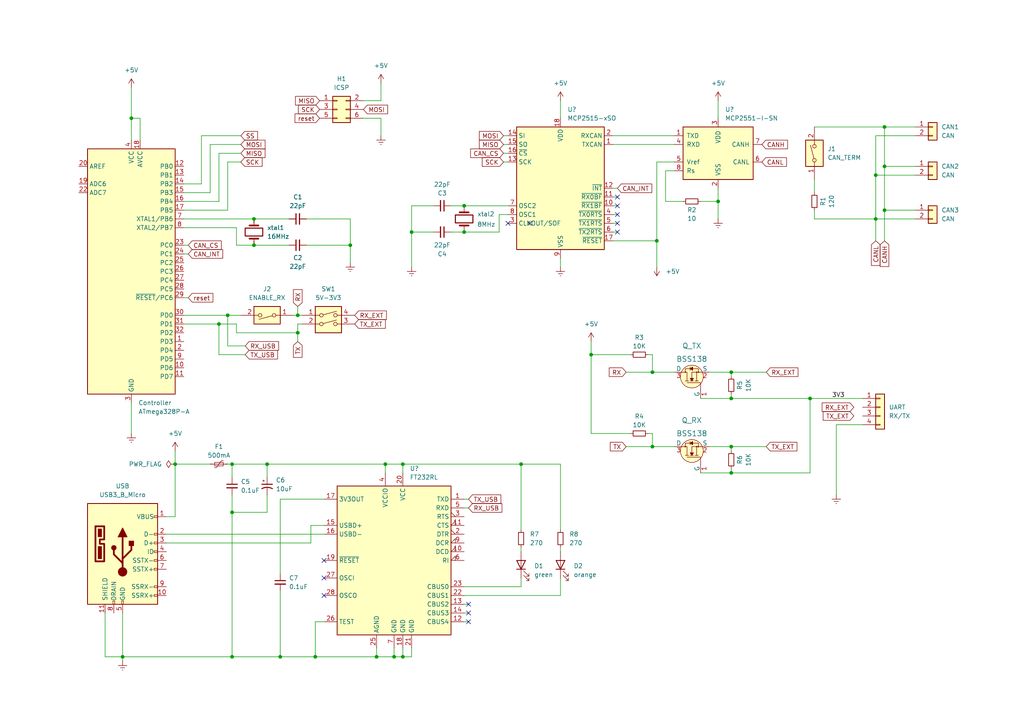
<source format=kicad_sch>
(kicad_sch (version 20211123) (generator eeschema)
  (paper "A4")
  (lib_symbols
    (symbol "Connector:USB3_B_Micro" (pin_names (offset 1.016))
      (property "Reference" "J" (at -10.16 15.24 0))
      (property "Value" "USB3_B_Micro" (at 10.16 15.24 0))
      (symbol "USB3_B_Micro_0_0"
        (rectangle (start -2.794 -15.24) (end -2.286 -14.224))
        (rectangle (start -0.254 -15.24) (end 0.254 -14.224))
        (rectangle (start 10.16 -12.446) (end 9.144 -12.954))
        (rectangle (start 10.16 -9.906) (end 9.144 -10.414))
        (rectangle (start 10.16 -4.826) (end 9.144 -5.334))
        (rectangle (start 10.16 -2.286) (end 9.144 -2.794))
        (rectangle (start 10.16 0.254) (end 9.144 -0.254))
        (rectangle (start 10.16 2.794) (end 9.144 2.286))
        (rectangle (start 10.16 5.334) (end 9.144 4.826))
        (rectangle (start 10.16 10.414) (end 9.144 9.906))
      )
      (symbol "USB3_B_Micro_0_1"
        (rectangle (start -10.16 13.97) (end 10.16 -15.24) (stroke (width 0.254)) (fill (type background)))
        (rectangle (start -7.112 1.524) (end -6.096 -2.032) (fill (type outline)))
        (rectangle (start -7.112 6.604) (end -6.096 4.318) (fill (type outline)))
        (polyline (pts (xy -7.874 7.366) (xy -7.874 -2.794) (xy -5.334 -2.794) (xy -5.334 2.286) (xy -6.604 2.286) (xy -6.604 3.556) (xy -5.334 3.556) (xy -5.334 7.366) (xy -7.874 7.366)) (stroke (width 0.508)))
      )
      (symbol "USB3_B_Micro_1_1"
        (circle (center -2.54 1.143) (radius 0.635) (stroke (width 0.254)) (fill (type outline)))
        (circle (center 0 -5.842) (radius 1.27) (fill (type outline)))
        (polyline (pts (xy 0 -5.842) (xy 0 4.318)) (stroke (width 0.508)))
        (polyline (pts (xy 0 -3.302) (xy -2.54 -0.762) (xy -2.54 0.508)) (stroke (width 0.508)))
        (polyline (pts (xy 0 -2.032) (xy 2.54 0.508) (xy 2.54 1.778)) (stroke (width 0.508)))
        (polyline (pts (xy -1.27 4.318) (xy 0 6.858) (xy 1.27 4.318) (xy -1.27 4.318)) (stroke (width 0.254)) (fill (type outline)))
        (rectangle (start 1.905 1.778) (end 3.175 3.048) (stroke (width 0.254)) (fill (type outline)))
        (pin power_out line (at 12.7 10.16 180) (length 2.54) (name "VBUS") (number "1"))
        (pin input line (at 12.7 -12.7 180) (length 2.54) (name "SSRX+") (number "10"))
        (pin passive line (at -5.08 -17.78 90) (length 2.54) (name "SHIELD") (number "11"))
        (pin bidirectional line (at 12.7 5.08 180) (length 2.54) (name "D-") (number "2"))
        (pin bidirectional line (at 12.7 2.54 180) (length 2.54) (name "D+") (number "3"))
        (pin passive line (at 12.7 0 180) (length 2.54) (name "ID") (number "4"))
        (pin power_out line (at 0 -17.78 90) (length 2.54) (name "GND") (number "5"))
        (pin output line (at 12.7 -2.54 180) (length 2.54) (name "SSTX-") (number "6"))
        (pin output line (at 12.7 -5.08 180) (length 2.54) (name "SSTX+") (number "7"))
        (pin passive line (at -2.54 -17.78 90) (length 2.54) (name "DRAIN") (number "8"))
        (pin input line (at 12.7 -10.16 180) (length 2.54) (name "SSRX-") (number "9"))
      )
    )
    (symbol "Connector_Generic:Conn_01x02" (pin_names (offset 1.016) hide)
      (property "Reference" "J" (at 0 2.54 0))
      (property "Value" "Conn_01x02" (at 0 -5.08 0))
      (symbol "Conn_01x02_1_1"
        (rectangle (start -1.27 -2.413) (end 0 -2.667) (stroke (width 0.1524)))
        (rectangle (start -1.27 0.127) (end 0 -0.127) (stroke (width 0.1524)))
        (rectangle (start -1.27 1.27) (end 1.27 -3.81) (stroke (width 0.254)) (fill (type background)))
        (pin passive line (at -5.08 0 0) (length 3.81) (name "Pin_1") (number "1"))
        (pin passive line (at -5.08 -2.54 0) (length 3.81) (name "Pin_2") (number "2"))
      )
    )
    (symbol "Connector_Generic:Conn_01x04" (pin_names (offset 1.016) hide)
      (property "Reference" "J" (at 0 5.08 0))
      (property "Value" "Conn_01x04" (at 0 -7.62 0))
      (symbol "Conn_01x04_1_1"
        (rectangle (start -1.27 -4.953) (end 0 -5.207) (stroke (width 0.1524)))
        (rectangle (start -1.27 -2.413) (end 0 -2.667) (stroke (width 0.1524)))
        (rectangle (start -1.27 0.127) (end 0 -0.127) (stroke (width 0.1524)))
        (rectangle (start -1.27 2.667) (end 0 2.413) (stroke (width 0.1524)))
        (rectangle (start -1.27 3.81) (end 1.27 -6.35) (stroke (width 0.254)) (fill (type background)))
        (pin passive line (at -5.08 2.54 0) (length 3.81) (name "Pin_1") (number "1"))
        (pin passive line (at -5.08 0 0) (length 3.81) (name "Pin_2") (number "2"))
        (pin passive line (at -5.08 -2.54 0) (length 3.81) (name "Pin_3") (number "3"))
        (pin passive line (at -5.08 -5.08 0) (length 3.81) (name "Pin_4") (number "4"))
      )
    )
    (symbol "Connector_Generic:Conn_02x03_Odd_Even" (pin_names (offset 1.016) hide)
      (property "Reference" "J" (at 1.27 5.08 0))
      (property "Value" "Conn_02x03_Odd_Even" (at 1.27 -5.08 0))
      (symbol "Conn_02x03_Odd_Even_1_1"
        (rectangle (start -1.27 -2.413) (end 0 -2.667) (stroke (width 0.1524)))
        (rectangle (start -1.27 0.127) (end 0 -0.127) (stroke (width 0.1524)))
        (rectangle (start -1.27 2.667) (end 0 2.413) (stroke (width 0.1524)))
        (rectangle (start -1.27 3.81) (end 3.81 -3.81) (stroke (width 0.254)) (fill (type background)))
        (rectangle (start 3.81 -2.413) (end 2.54 -2.667) (stroke (width 0.1524)))
        (rectangle (start 3.81 0.127) (end 2.54 -0.127) (stroke (width 0.1524)))
        (rectangle (start 3.81 2.667) (end 2.54 2.413) (stroke (width 0.1524)))
        (pin passive line (at -5.08 2.54 0) (length 3.81) (name "Pin_1") (number "1"))
        (pin passive line (at 7.62 2.54 180) (length 3.81) (name "Pin_2") (number "2"))
        (pin passive line (at -5.08 0 0) (length 3.81) (name "Pin_3") (number "3"))
        (pin passive line (at 7.62 0 180) (length 3.81) (name "Pin_4") (number "4"))
        (pin passive line (at -5.08 -2.54 0) (length 3.81) (name "Pin_5") (number "5"))
        (pin passive line (at 7.62 -2.54 180) (length 3.81) (name "Pin_6") (number "6"))
      )
    )
    (symbol "Device:C_Polarized_Small_US" (pin_numbers hide) (pin_names (offset 0.254) hide)
      (property "Reference" "C" (at 0.254 1.778 0))
      (property "Value" "C_Polarized_Small_US" (at 0.254 -2.032 0))
      (symbol "C_Polarized_Small_US_0_1"
        (polyline (pts (xy -1.524 0.508) (xy 1.524 0.508)) (stroke (width 0.3048)))
        (polyline (pts (xy -1.27 1.524) (xy -0.762 1.524)))
        (polyline (pts (xy -1.016 1.27) (xy -1.016 1.778)))
        (arc (start 1.524 -0.762) (mid 0 -0.3734) (end -1.524 -0.762) (stroke (width 0.3048)))
      )
      (symbol "C_Polarized_Small_US_1_1"
        (pin passive line (at 0 2.54 270) (length 2.032) (name "~") (number "1"))
        (pin passive line (at 0 -2.54 90) (length 2.032) (name "~") (number "2"))
      )
    )
    (symbol "Device:C_Small" (pin_numbers hide) (pin_names (offset 0.254) hide)
      (property "Reference" "C" (at 0.254 1.778 0))
      (property "Value" "C_Small" (at 0.254 -2.032 0))
      (symbol "C_Small_0_1"
        (polyline (pts (xy -1.524 -0.508) (xy 1.524 -0.508)) (stroke (width 0.3302)))
        (polyline (pts (xy -1.524 0.508) (xy 1.524 0.508)) (stroke (width 0.3048)))
      )
      (symbol "C_Small_1_1"
        (pin passive line (at 0 2.54 270) (length 2.032) (name "~") (number "1"))
        (pin passive line (at 0 -2.54 90) (length 2.032) (name "~") (number "2"))
      )
    )
    (symbol "Device:Crystal" (pin_numbers hide) (pin_names (offset 1.016) hide)
      (property "Reference" "Y" (at 0 3.81 0))
      (property "Value" "Crystal" (at 0 -3.81 0))
      (symbol "Crystal_0_1"
        (rectangle (start -1.143 2.54) (end 1.143 -2.54) (stroke (width 0.3048)))
        (polyline (pts (xy -2.54 0) (xy -1.905 0)))
        (polyline (pts (xy -1.905 -1.27) (xy -1.905 1.27)) (stroke (width 0.508)))
        (polyline (pts (xy 1.905 -1.27) (xy 1.905 1.27)) (stroke (width 0.508)))
        (polyline (pts (xy 2.54 0) (xy 1.905 0)))
      )
      (symbol "Crystal_1_1"
        (pin passive line (at -3.81 0 0) (length 1.27) (name "1") (number "1"))
        (pin passive line (at 3.81 0 180) (length 1.27) (name "2") (number "2"))
      )
    )
    (symbol "Device:LED" (pin_numbers hide) (pin_names (offset 1.016) hide)
      (property "Reference" "D" (at 0 2.54 0))
      (property "Value" "LED" (at 0 -2.54 0))
      (symbol "LED_0_1"
        (polyline (pts (xy -1.27 -1.27) (xy -1.27 1.27)) (stroke (width 0.254)))
        (polyline (pts (xy -1.27 0) (xy 1.27 0)))
        (polyline (pts (xy 1.27 -1.27) (xy 1.27 1.27) (xy -1.27 0) (xy 1.27 -1.27)) (stroke (width 0.254)))
        (polyline (pts (xy -3.048 -0.762) (xy -4.572 -2.286) (xy -3.81 -2.286) (xy -4.572 -2.286) (xy -4.572 -1.524)))
        (polyline (pts (xy -1.778 -0.762) (xy -3.302 -2.286) (xy -2.54 -2.286) (xy -3.302 -2.286) (xy -3.302 -1.524)))
      )
      (symbol "LED_1_1"
        (pin passive line (at -3.81 0 0) (length 2.54) (name "K") (number "1"))
        (pin passive line (at 3.81 0 180) (length 2.54) (name "A") (number "2"))
      )
    )
    (symbol "Device:Polyfuse_Small" (pin_numbers hide) (pin_names (offset 0))
      (property "Reference" "F" (at -1.905 0 90))
      (property "Value" "Polyfuse_Small" (at 1.905 0 90))
      (symbol "Polyfuse_Small_0_1"
        (rectangle (start -0.508 1.27) (end 0.508 -1.27))
        (polyline (pts (xy 0 2.54) (xy 0 -2.54)))
        (polyline (pts (xy -1.016 1.27) (xy -1.016 0.762) (xy 1.016 -0.762) (xy 1.016 -1.27)))
      )
      (symbol "Polyfuse_Small_1_1"
        (pin passive line (at 0 2.54 270) (length 0.635) (name "~") (number "1"))
        (pin passive line (at 0 -2.54 90) (length 0.635) (name "~") (number "2"))
      )
    )
    (symbol "Device:R_Small" (pin_numbers hide) (pin_names (offset 0.254) hide)
      (property "Reference" "R" (at 0.762 0.508 0))
      (property "Value" "R_Small" (at 0.762 -1.016 0))
      (symbol "R_Small_0_1"
        (rectangle (start -0.762 1.778) (end 0.762 -1.778) (stroke (width 0.2032)))
      )
      (symbol "R_Small_1_1"
        (pin passive line (at 0 2.54 270) (length 0.762) (name "~") (number "1"))
        (pin passive line (at 0 -2.54 90) (length 0.762) (name "~") (number "2"))
      )
    )
    (symbol "Interface_CAN_LIN:MCP2515-xSO"
      (property "Reference" "U" (at -10.16 19.685 0))
      (property "Value" "MCP2515-xSO" (at 19.05 20.32 0))
      (symbol "MCP2515-xSO_0_1"
        (rectangle (start -12.7 17.78) (end 12.7 -17.78) (stroke (width 0.254)) (fill (type background)))
      )
      (symbol "MCP2515-xSO_1_1"
        (pin output line (at 15.24 12.7 180) (length 2.54) (name "TXCAN") (number "1"))
        (pin output line (at 15.24 -5.08 180) (length 2.54) (name "~{RX1BF}") (number "10"))
        (pin output line (at 15.24 -2.54 180) (length 2.54) (name "~{RX0BF}") (number "11"))
        (pin output line (at 15.24 0 180) (length 2.54) (name "~{INT}") (number "12"))
        (pin input line (at -15.24 7.62 0) (length 2.54) (name "SCK") (number "13"))
        (pin input line (at -15.24 15.24 0) (length 2.54) (name "SI") (number "14"))
        (pin output line (at -15.24 12.7 0) (length 2.54) (name "SO") (number "15"))
        (pin input line (at -15.24 10.16 0) (length 2.54) (name "~{CS}") (number "16"))
        (pin input line (at 15.24 -15.24 180) (length 2.54) (name "~{RESET}") (number "17"))
        (pin power_in line (at 0 20.32 270) (length 2.54) (name "VDD") (number "18"))
        (pin input line (at 15.24 15.24 180) (length 2.54) (name "RXCAN") (number "2"))
        (pin output line (at -15.24 -10.16 0) (length 2.54) (name "CLKOUT/SOF") (number "3"))
        (pin input line (at 15.24 -7.62 180) (length 2.54) (name "~{TX0RTS}") (number "4"))
        (pin input line (at 15.24 -10.16 180) (length 2.54) (name "~{TX1RTS}") (number "5"))
        (pin input line (at 15.24 -12.7 180) (length 2.54) (name "~{TX2RTS}") (number "6"))
        (pin output line (at -15.24 -5.08 0) (length 2.54) (name "OSC2") (number "7"))
        (pin input line (at -15.24 -7.62 0) (length 2.54) (name "OSC1") (number "8"))
        (pin power_in line (at 0 -20.32 90) (length 2.54) (name "VSS") (number "9"))
      )
    )
    (symbol "Interface_CAN_LIN:MCP2551-I-SN" (pin_names (offset 1.016))
      (property "Reference" "U" (at -10.16 8.89 0))
      (property "Value" "MCP2551-I-SN" (at 2.54 8.89 0))
      (symbol "MCP2551-I-SN_0_1"
        (rectangle (start -10.16 7.62) (end 10.16 -7.62) (stroke (width 0.254)) (fill (type background)))
      )
      (symbol "MCP2551-I-SN_1_1"
        (pin input line (at -12.7 5.08 0) (length 2.54) (name "TXD") (number "1"))
        (pin power_in line (at 0 -10.16 90) (length 2.54) (name "VSS") (number "2"))
        (pin power_in line (at 0 10.16 270) (length 2.54) (name "VDD") (number "3"))
        (pin output line (at -12.7 2.54 0) (length 2.54) (name "RXD") (number "4"))
        (pin power_out line (at -12.7 -2.54 0) (length 2.54) (name "Vref") (number "5"))
        (pin bidirectional line (at 12.7 -2.54 180) (length 2.54) (name "CANL") (number "6"))
        (pin bidirectional line (at 12.7 2.54 180) (length 2.54) (name "CANH") (number "7"))
        (pin input line (at -12.7 -5.08 0) (length 2.54) (name "Rs") (number "8"))
      )
    )
    (symbol "Interface_USB:FT232RL"
      (property "Reference" "U" (at -16.51 22.86 0))
      (property "Value" "FT232RL" (at 10.16 22.86 0))
      (symbol "FT232RL_0_1"
        (rectangle (start -16.51 21.59) (end 16.51 -21.59) (stroke (width 0.254)) (fill (type background)))
      )
      (symbol "FT232RL_1_1"
        (pin output line (at 20.32 17.78 180) (length 3.81) (name "TXD") (number "1"))
        (pin input input_low (at 20.32 2.54 180) (length 3.81) (name "DCD") (number "10"))
        (pin input input_low (at 20.32 10.16 180) (length 3.81) (name "CTS") (number "11"))
        (pin bidirectional line (at 20.32 -17.78 180) (length 3.81) (name "CBUS4") (number "12"))
        (pin bidirectional line (at 20.32 -12.7 180) (length 3.81) (name "CBUS2") (number "13"))
        (pin bidirectional line (at 20.32 -15.24 180) (length 3.81) (name "CBUS3") (number "14"))
        (pin bidirectional line (at -20.32 10.16 0) (length 3.81) (name "USBD+") (number "15"))
        (pin bidirectional line (at -20.32 7.62 0) (length 3.81) (name "USBD-") (number "16"))
        (pin power_out line (at -20.32 17.78 0) (length 3.81) (name "3V3OUT") (number "17"))
        (pin power_in line (at 2.54 -25.4 90) (length 3.81) (name "GND") (number "18"))
        (pin input line (at -20.32 0 0) (length 3.81) (name "~{RESET}") (number "19"))
        (pin output output_low (at 20.32 7.62 180) (length 3.81) (name "DTR") (number "2"))
        (pin power_in line (at 2.54 25.4 270) (length 3.81) (name "VCC") (number "20"))
        (pin power_in line (at 5.08 -25.4 90) (length 3.81) (name "GND") (number "21"))
        (pin bidirectional line (at 20.32 -10.16 180) (length 3.81) (name "CBUS1") (number "22"))
        (pin bidirectional line (at 20.32 -7.62 180) (length 3.81) (name "CBUS0") (number "23"))
        (pin power_in line (at -5.08 -25.4 90) (length 3.81) (name "AGND") (number "25"))
        (pin input line (at -20.32 -17.78 0) (length 3.81) (name "TEST") (number "26"))
        (pin input line (at -20.32 -5.08 0) (length 3.81) (name "OSCI") (number "27"))
        (pin output line (at -20.32 -10.16 0) (length 3.81) (name "OSCO") (number "28"))
        (pin output output_low (at 20.32 12.7 180) (length 3.81) (name "RTS") (number "3"))
        (pin power_in line (at -2.54 25.4 270) (length 3.81) (name "VCCIO") (number "4"))
        (pin input line (at 20.32 15.24 180) (length 3.81) (name "RXD") (number "5"))
        (pin input input_low (at 20.32 0 180) (length 3.81) (name "RI") (number "6"))
        (pin power_in line (at 0 -25.4 90) (length 3.81) (name "GND") (number "7"))
        (pin input input_low (at 20.32 5.08 180) (length 3.81) (name "DCR") (number "9"))
      )
    )
    (symbol "MCU_Microchip_ATmega:ATmega328P-A"
      (property "Reference" "U" (at -12.7 36.83 0))
      (property "Value" "ATmega328P-A" (at 2.54 -36.83 0))
      (symbol "ATmega328P-A_0_1"
        (rectangle (start -12.7 -35.56) (end 12.7 35.56) (stroke (width 0.254)) (fill (type background)))
      )
      (symbol "ATmega328P-A_1_1"
        (pin bidirectional line (at 15.24 -20.32 180) (length 2.54) (name "PD3") (number "1"))
        (pin bidirectional line (at 15.24 -27.94 180) (length 2.54) (name "PD6") (number "10"))
        (pin bidirectional line (at 15.24 -30.48 180) (length 2.54) (name "PD7") (number "11"))
        (pin bidirectional line (at 15.24 30.48 180) (length 2.54) (name "PB0") (number "12"))
        (pin bidirectional line (at 15.24 27.94 180) (length 2.54) (name "PB1") (number "13"))
        (pin bidirectional line (at 15.24 25.4 180) (length 2.54) (name "PB2") (number "14"))
        (pin bidirectional line (at 15.24 22.86 180) (length 2.54) (name "PB3") (number "15"))
        (pin bidirectional line (at 15.24 20.32 180) (length 2.54) (name "PB4") (number "16"))
        (pin bidirectional line (at 15.24 17.78 180) (length 2.54) (name "PB5") (number "17"))
        (pin power_in line (at 2.54 38.1 270) (length 2.54) (name "AVCC") (number "18"))
        (pin input line (at -15.24 25.4 0) (length 2.54) (name "ADC6") (number "19"))
        (pin bidirectional line (at 15.24 -22.86 180) (length 2.54) (name "PD4") (number "2"))
        (pin passive line (at -15.24 30.48 0) (length 2.54) (name "AREF") (number "20"))
        (pin passive line (at 0 -38.1 90) (length 2.54) hide (name "GND") (number "21"))
        (pin input line (at -15.24 22.86 0) (length 2.54) (name "ADC7") (number "22"))
        (pin bidirectional line (at 15.24 7.62 180) (length 2.54) (name "PC0") (number "23"))
        (pin bidirectional line (at 15.24 5.08 180) (length 2.54) (name "PC1") (number "24"))
        (pin bidirectional line (at 15.24 2.54 180) (length 2.54) (name "PC2") (number "25"))
        (pin bidirectional line (at 15.24 0 180) (length 2.54) (name "PC3") (number "26"))
        (pin bidirectional line (at 15.24 -2.54 180) (length 2.54) (name "PC4") (number "27"))
        (pin bidirectional line (at 15.24 -5.08 180) (length 2.54) (name "PC5") (number "28"))
        (pin bidirectional line (at 15.24 -7.62 180) (length 2.54) (name "~{RESET}/PC6") (number "29"))
        (pin power_in line (at 0 -38.1 90) (length 2.54) (name "GND") (number "3"))
        (pin bidirectional line (at 15.24 -12.7 180) (length 2.54) (name "PD0") (number "30"))
        (pin bidirectional line (at 15.24 -15.24 180) (length 2.54) (name "PD1") (number "31"))
        (pin bidirectional line (at 15.24 -17.78 180) (length 2.54) (name "PD2") (number "32"))
        (pin power_in line (at 0 38.1 270) (length 2.54) (name "VCC") (number "4"))
        (pin passive line (at 0 -38.1 90) (length 2.54) hide (name "GND") (number "5"))
        (pin passive line (at 0 38.1 270) (length 2.54) hide (name "VCC") (number "6"))
        (pin bidirectional line (at 15.24 15.24 180) (length 2.54) (name "XTAL1/PB6") (number "7"))
        (pin bidirectional line (at 15.24 12.7 180) (length 2.54) (name "XTAL2/PB7") (number "8"))
        (pin bidirectional line (at 15.24 -25.4 180) (length 2.54) (name "PD5") (number "9"))
      )
    )
    (symbol "Switch:SW_DIP_x01" (pin_names (offset 0) hide)
      (property "Reference" "SW" (at 0 3.81 0))
      (property "Value" "SW_DIP_x01" (at 0 -3.81 0))
      (symbol "SW_DIP_x01_0_0"
        (circle (center -2.032 0) (radius 0.508))
        (polyline (pts (xy -1.524 0.127) (xy 2.3622 1.1684)))
        (circle (center 2.032 0) (radius 0.508))
      )
      (symbol "SW_DIP_x01_0_1"
        (rectangle (start -3.81 2.54) (end 3.81 -2.54) (stroke (width 0.254)) (fill (type background)))
      )
      (symbol "SW_DIP_x01_1_1"
        (pin passive line (at -7.62 0 0) (length 5.08) (name "~") (number "1"))
        (pin passive line (at 7.62 0 180) (length 5.08) (name "~") (number "2"))
      )
    )
    (symbol "Switch:SW_DIP_x02" (pin_names (offset 0) hide)
      (property "Reference" "SW" (at 0 6.35 0))
      (property "Value" "SW_DIP_x02" (at 0 -3.81 0))
      (symbol "SW_DIP_x02_0_0"
        (circle (center -2.032 0) (radius 0.508))
        (circle (center -2.032 2.54) (radius 0.508))
        (polyline (pts (xy -1.524 0.127) (xy 2.3622 1.1684)))
        (polyline (pts (xy -1.524 2.667) (xy 2.3622 3.7084)))
        (circle (center 2.032 0) (radius 0.508))
        (circle (center 2.032 2.54) (radius 0.508))
      )
      (symbol "SW_DIP_x02_0_1"
        (rectangle (start -3.81 5.08) (end 3.81 -2.54) (stroke (width 0.254)) (fill (type background)))
      )
      (symbol "SW_DIP_x02_1_1"
        (pin passive line (at -7.62 2.54 0) (length 5.08) (name "~") (number "1"))
        (pin passive line (at -7.62 0 0) (length 5.08) (name "~") (number "2"))
        (pin passive line (at 7.62 0 180) (length 5.08) (name "~") (number "3"))
        (pin passive line (at 7.62 2.54 180) (length 5.08) (name "~") (number "4"))
      )
    )
    (symbol "dk_Transistors-FETs-MOSFETs-Single:BSS138" (pin_names (offset 0))
      (property "Reference" "Q" (at -2.6924 3.6322 0))
      (property "Value" "BSS138" (at 3.4544 0 90))
      (symbol "BSS138_0_1"
        (circle (center -1.27 0) (radius 3.302) (fill (type background)))
        (circle (center 0 -1.905) (radius 0.127))
        (circle (center 0 -1.397) (radius 0.127))
        (polyline (pts (xy 0 -1.397) (xy -2.54 -1.397)))
        (polyline (pts (xy -5.08 -2.54) (xy -3.048 -2.54) (xy -3.048 1.397)))
        (polyline (pts (xy 0 -2.54) (xy 0 0) (xy -2.54 0)))
        (polyline (pts (xy 0 2.54) (xy 0 1.397) (xy -2.54 1.397)))
        (polyline (pts (xy -0.127 -1.905) (xy 1.016 -1.905) (xy 1.016 1.397) (xy 1.016 1.905) (xy -0.127 1.905)))
        (circle (center 0 1.905) (radius 0.127))
      )
      (symbol "BSS138_1_1"
        (polyline (pts (xy -2.54 -1.397) (xy -2.54 -1.905)))
        (polyline (pts (xy -2.54 -1.397) (xy -2.54 -0.889)))
        (polyline (pts (xy -2.54 0) (xy -2.54 -0.508)))
        (polyline (pts (xy -2.54 0) (xy -2.54 0.508)))
        (polyline (pts (xy -2.54 1.905) (xy -2.54 0.889)))
        (polyline (pts (xy 1.524 0.508) (xy 0.508 0.508)))
        (polyline (pts (xy -2.54 0) (xy -1.778 0.508) (xy -1.778 -0.508) (xy -2.54 0)) (fill (type outline)))
        (polyline (pts (xy 1.016 0.508) (xy 0.508 -0.254) (xy 1.524 -0.254) (xy 1.016 0.508)) (fill (type outline)))
        (pin bidirectional line (at -7.62 -2.54 0) (length 2.54) (name "G") (number "1"))
        (pin bidirectional line (at 0 -5.08 90) (length 2.54) (name "S") (number "2"))
        (pin bidirectional line (at 0 5.08 270) (length 2.54) (name "D") (number "3"))
      )
    )
    (symbol "power:+5V" (power) (pin_names (offset 0))
      (property "Value" "+5V" (at 0 3.556 0))
      (symbol "+5V_0_1"
        (polyline (pts (xy -0.762 1.27) (xy 0 2.54)))
        (polyline (pts (xy 0 0) (xy 0 2.54)))
        (polyline (pts (xy 0 2.54) (xy 0.762 1.27)))
      )
      (symbol "+5V_1_1"
        (pin power_in line (at 0 0 90) (length 0) hide (name "+5V") (number "1"))
      )
    )
    (symbol "power:Earth" (power) (pin_names (offset 0))
      (symbol "Earth_0_1"
        (polyline (pts (xy -0.635 -1.905) (xy 0.635 -1.905)))
        (polyline (pts (xy -0.127 -2.54) (xy 0.127 -2.54)))
        (polyline (pts (xy 0 -1.27) (xy 0 0)))
        (polyline (pts (xy 1.27 -1.27) (xy -1.27 -1.27)))
      )
      (symbol "Earth_1_1"
        (pin power_in line (at 0 0 270) (length 0) hide (name "Earth") (number "1"))
      )
    )
    (symbol "power:PWR_FLAG" (power) (pin_numbers hide) (pin_names (offset 0) hide)
      (property "Value" "PWR_FLAG" (at 0 3.81 0))
      (symbol "PWR_FLAG_0_0"
        (pin power_out line (at 0 0 90) (length 0) (name "pwr") (number "1"))
      )
      (symbol "PWR_FLAG_0_1"
        (polyline (pts (xy 0 0) (xy 0 1.27) (xy -1.016 1.905) (xy 0 2.54) (xy 1.016 1.905) (xy 0 1.27)))
      )
    )
  )
  (junction (at 101.6 71.12))
  (junction (at 171.45 102.87))
  (junction (at 116.84 190.5))
  (junction (at 67.31 134.62))
  (junction (at 189.23 129.54))
  (junction (at 116.84 134.62))
  (junction (at 190.5 69.85))
  (junction (at 119.38 67.31))
  (junction (at 67.31 148.59))
  (junction (at 134.62 67.31))
  (junction (at 50.8 134.62))
  (junction (at 256.54 60.96))
  (junction (at 67.31 190.5))
  (junction (at 66.04 91.44))
  (junction (at 114.3 190.5))
  (junction (at 189.23 107.95))
  (junction (at 254 63.5))
  (junction (at 212.09 115.57))
  (junction (at 77.47 134.62))
  (junction (at 208.28 58.42))
  (junction (at 212.09 137.16))
  (junction (at 73.66 63.5))
  (junction (at 86.36 96.52))
  (junction (at 91.44 190.5))
  (junction (at 256.54 48.26))
  (junction (at 73.66 71.12))
  (junction (at 35.56 190.5))
  (junction (at 254 50.8))
  (junction (at 63.5 93.98))
  (junction (at 212.09 129.54))
  (junction (at 38.1 34.29))
  (junction (at 81.28 190.5))
  (junction (at 111.76 134.62))
  (junction (at 234.95 115.57))
  (junction (at 109.22 190.5))
  (junction (at 256.54 36.83))
  (junction (at 212.09 107.95))
  (junction (at 151.13 134.62))
  (junction (at 134.62 59.69))
  (junction (at 86.36 91.44))
  (no_connect (at 179.07 62.23))
  (no_connect (at 179.07 64.77))
  (no_connect (at 179.07 57.15))
  (no_connect (at 179.07 59.69))
  (no_connect (at 135.89 177.8))
  (no_connect (at 179.07 67.31))
  (no_connect (at 147.32 64.77))
  (no_connect (at 153.67 64.77))
  (no_connect (at 93.98 167.64))
  (no_connect (at 135.89 180.34))
  (no_connect (at 135.89 175.26))
  (no_connect (at 93.98 172.72))
  (no_connect (at 93.98 162.56))
  (wire (pts (xy 93.98 144.78) (xy 81.28 144.78)))
  (wire (pts (xy 53.34 91.44) (xy 66.04 91.44)))
  (wire (pts (xy 54.61 71.12) (xy 53.34 71.12)))
  (wire (pts (xy 212.09 107.95) (xy 222.25 107.95)))
  (wire (pts (xy 119.38 67.31) (xy 119.38 77.47)))
  (wire (pts (xy 58.42 53.34) (xy 58.42 39.37)))
  (wire (pts (xy 203.2 58.42) (xy 208.28 58.42)))
  (wire (pts (xy 146.05 46.99) (xy 147.32 46.99)))
  (wire (pts (xy 134.62 144.78) (xy 135.89 144.78)))
  (wire (pts (xy 177.8 67.31) (xy 179.07 67.31)))
  (wire (pts (xy 212.09 137.16) (xy 234.95 137.16)))
  (wire (pts (xy 66.04 100.33) (xy 71.12 100.33)))
  (wire (pts (xy 38.1 116.84) (xy 38.1 125.73)))
  (wire (pts (xy 254 50.8) (xy 265.43 50.8)))
  (wire (pts (xy 88.9 63.5) (xy 101.6 63.5)))
  (wire (pts (xy 162.56 167.64) (xy 162.56 172.72)))
  (wire (pts (xy 254 39.37) (xy 265.43 39.37)))
  (wire (pts (xy 60.96 41.91) (xy 69.85 41.91)))
  (wire (pts (xy 205.74 129.54) (xy 212.09 129.54)))
  (wire (pts (xy 66.04 134.62) (xy 67.31 134.62)))
  (wire (pts (xy 111.76 134.62) (xy 111.76 137.16)))
  (wire (pts (xy 53.34 93.98) (xy 63.5 93.98)))
  (wire (pts (xy 125.73 59.69) (xy 119.38 59.69)))
  (wire (pts (xy 212.09 115.57) (xy 234.95 115.57)))
  (wire (pts (xy 109.22 187.96) (xy 109.22 190.5)))
  (wire (pts (xy 119.38 187.96) (xy 119.38 190.5)))
  (wire (pts (xy 81.28 144.78) (xy 81.28 166.37)))
  (wire (pts (xy 90.17 157.48) (xy 90.17 152.4)))
  (wire (pts (xy 205.74 107.95) (xy 212.09 107.95)))
  (wire (pts (xy 90.17 152.4) (xy 93.98 152.4)))
  (wire (pts (xy 256.54 36.83) (xy 265.43 36.83)))
  (wire (pts (xy 116.84 187.96) (xy 116.84 190.5)))
  (wire (pts (xy 177.8 57.15) (xy 179.07 57.15)))
  (wire (pts (xy 53.34 55.88) (xy 60.96 55.88)))
  (wire (pts (xy 162.56 158.75) (xy 162.56 160.02)))
  (wire (pts (xy 208.28 29.21) (xy 208.28 34.29)))
  (wire (pts (xy 146.05 41.91) (xy 147.32 41.91)))
  (wire (pts (xy 162.56 172.72) (xy 134.62 172.72)))
  (wire (pts (xy 146.05 44.45) (xy 147.32 44.45)))
  (wire (pts (xy 50.8 130.81) (xy 50.8 134.62)))
  (wire (pts (xy 193.04 58.42) (xy 198.12 58.42)))
  (wire (pts (xy 67.31 148.59) (xy 67.31 190.5)))
  (wire (pts (xy 190.5 46.99) (xy 195.58 46.99)))
  (wire (pts (xy 254 63.5) (xy 265.43 63.5)))
  (wire (pts (xy 111.76 134.62) (xy 116.84 134.62)))
  (wire (pts (xy 256.54 36.83) (xy 256.54 48.26)))
  (wire (pts (xy 91.44 180.34) (xy 91.44 190.5)))
  (wire (pts (xy 254 39.37) (xy 254 50.8)))
  (wire (pts (xy 144.78 62.23) (xy 144.78 67.31)))
  (wire (pts (xy 151.13 134.62) (xy 151.13 153.67)))
  (wire (pts (xy 181.61 107.95) (xy 189.23 107.95)))
  (wire (pts (xy 68.58 93.98) (xy 68.58 96.52)))
  (wire (pts (xy 38.1 34.29) (xy 40.64 34.29)))
  (wire (pts (xy 171.45 102.87) (xy 182.88 102.87)))
  (wire (pts (xy 110.49 34.29) (xy 110.49 39.37)))
  (wire (pts (xy 85.09 91.44) (xy 86.36 91.44)))
  (wire (pts (xy 30.48 190.5) (xy 35.56 190.5)))
  (wire (pts (xy 63.5 44.45) (xy 69.85 44.45)))
  (wire (pts (xy 208.28 58.42) (xy 208.28 54.61)))
  (wire (pts (xy 63.5 93.98) (xy 68.58 93.98)))
  (wire (pts (xy 135.89 180.34) (xy 134.62 180.34)))
  (wire (pts (xy 134.62 147.32) (xy 135.89 147.32)))
  (wire (pts (xy 101.6 71.12) (xy 101.6 76.2)))
  (wire (pts (xy 116.84 134.62) (xy 151.13 134.62)))
  (wire (pts (xy 116.84 190.5) (xy 114.3 190.5)))
  (wire (pts (xy 179.07 54.61) (xy 177.8 54.61)))
  (wire (pts (xy 66.04 91.44) (xy 69.85 91.44)))
  (wire (pts (xy 58.42 39.37) (xy 69.85 39.37)))
  (wire (pts (xy 53.34 60.96) (xy 66.04 60.96)))
  (wire (pts (xy 177.8 39.37) (xy 195.58 39.37)))
  (wire (pts (xy 101.6 63.5) (xy 101.6 71.12)))
  (wire (pts (xy 177.8 59.69) (xy 179.07 59.69)))
  (wire (pts (xy 242.57 123.19) (xy 250.19 123.19)))
  (wire (pts (xy 203.2 115.57) (xy 212.09 115.57)))
  (wire (pts (xy 86.36 93.98) (xy 86.36 96.52)))
  (wire (pts (xy 212.09 129.54) (xy 222.25 129.54)))
  (wire (pts (xy 77.47 148.59) (xy 67.31 148.59)))
  (wire (pts (xy 212.09 107.95) (xy 212.09 109.22)))
  (wire (pts (xy 195.58 49.53) (xy 193.04 49.53)))
  (wire (pts (xy 67.31 190.5) (xy 81.28 190.5)))
  (wire (pts (xy 68.58 66.04) (xy 53.34 66.04)))
  (wire (pts (xy 236.22 36.83) (xy 256.54 36.83)))
  (wire (pts (xy 135.89 177.8) (xy 134.62 177.8)))
  (wire (pts (xy 77.47 134.62) (xy 111.76 134.62)))
  (wire (pts (xy 73.66 71.12) (xy 68.58 71.12)))
  (wire (pts (xy 187.96 102.87) (xy 189.23 102.87)))
  (wire (pts (xy 66.04 91.44) (xy 66.04 100.33)))
  (wire (pts (xy 162.56 29.21) (xy 162.56 34.29)))
  (wire (pts (xy 177.8 69.85) (xy 190.5 69.85)))
  (wire (pts (xy 63.5 58.42) (xy 63.5 44.45)))
  (wire (pts (xy 212.09 129.54) (xy 212.09 130.81)))
  (wire (pts (xy 87.63 93.98) (xy 86.36 93.98)))
  (wire (pts (xy 48.26 149.86) (xy 50.8 149.86)))
  (wire (pts (xy 171.45 99.06) (xy 171.45 102.87)))
  (wire (pts (xy 151.13 134.62) (xy 162.56 134.62)))
  (wire (pts (xy 256.54 48.26) (xy 256.54 60.96)))
  (wire (pts (xy 236.22 52.07) (xy 236.22 55.88)))
  (wire (pts (xy 190.5 77.47) (xy 190.5 69.85)))
  (wire (pts (xy 53.34 58.42) (xy 63.5 58.42)))
  (wire (pts (xy 63.5 102.87) (xy 71.12 102.87)))
  (wire (pts (xy 208.28 58.42) (xy 208.28 63.5)))
  (wire (pts (xy 256.54 60.96) (xy 265.43 60.96)))
  (wire (pts (xy 177.8 41.91) (xy 195.58 41.91)))
  (wire (pts (xy 66.04 60.96) (xy 66.04 46.99)))
  (wire (pts (xy 119.38 67.31) (xy 119.38 59.69)))
  (wire (pts (xy 151.13 158.75) (xy 151.13 160.02)))
  (wire (pts (xy 77.47 143.51) (xy 77.47 148.59)))
  (wire (pts (xy 130.81 67.31) (xy 134.62 67.31)))
  (wire (pts (xy 35.56 190.5) (xy 67.31 190.5)))
  (wire (pts (xy 77.47 134.62) (xy 77.47 138.43)))
  (wire (pts (xy 203.2 137.16) (xy 212.09 137.16)))
  (wire (pts (xy 177.8 62.23) (xy 179.07 62.23)))
  (wire (pts (xy 86.36 91.44) (xy 86.36 88.9)))
  (wire (pts (xy 88.9 71.12) (xy 101.6 71.12)))
  (wire (pts (xy 234.95 115.57) (xy 234.95 137.16)))
  (wire (pts (xy 38.1 34.29) (xy 38.1 40.64)))
  (wire (pts (xy 53.34 73.66) (xy 54.61 73.66)))
  (wire (pts (xy 256.54 60.96) (xy 256.54 69.85)))
  (wire (pts (xy 189.23 125.73) (xy 189.23 129.54)))
  (wire (pts (xy 190.5 69.85) (xy 190.5 46.99)))
  (wire (pts (xy 162.56 134.62) (xy 162.56 153.67)))
  (wire (pts (xy 254 63.5) (xy 254 69.85)))
  (wire (pts (xy 134.62 170.18) (xy 151.13 170.18)))
  (wire (pts (xy 40.64 34.29) (xy 40.64 40.64)))
  (wire (pts (xy 171.45 102.87) (xy 171.45 125.73)))
  (wire (pts (xy 60.96 55.88) (xy 60.96 41.91)))
  (wire (pts (xy 134.62 59.69) (xy 147.32 59.69)))
  (wire (pts (xy 234.95 115.57) (xy 250.19 115.57)))
  (wire (pts (xy 105.41 29.21) (xy 110.49 29.21)))
  (wire (pts (xy 38.1 25.4) (xy 38.1 34.29)))
  (wire (pts (xy 236.22 60.96) (xy 236.22 63.5)))
  (wire (pts (xy 146.05 39.37) (xy 147.32 39.37)))
  (wire (pts (xy 189.23 102.87) (xy 189.23 107.95)))
  (wire (pts (xy 53.34 86.36) (xy 54.61 86.36)))
  (wire (pts (xy 187.96 125.73) (xy 189.23 125.73)))
  (wire (pts (xy 254 50.8) (xy 254 63.5)))
  (wire (pts (xy 73.66 63.5) (xy 83.82 63.5)))
  (wire (pts (xy 67.31 134.62) (xy 77.47 134.62)))
  (wire (pts (xy 151.13 167.64) (xy 151.13 170.18)))
  (wire (pts (xy 67.31 143.51) (xy 67.31 148.59)))
  (wire (pts (xy 162.56 74.93) (xy 162.56 77.47)))
  (wire (pts (xy 193.04 49.53) (xy 193.04 58.42)))
  (wire (pts (xy 81.28 190.5) (xy 91.44 190.5)))
  (wire (pts (xy 105.41 34.29) (xy 110.49 34.29)))
  (wire (pts (xy 236.22 63.5) (xy 254 63.5)))
  (wire (pts (xy 35.56 177.8) (xy 35.56 190.5)))
  (wire (pts (xy 50.8 149.86) (xy 50.8 134.62)))
  (wire (pts (xy 48.26 157.48) (xy 90.17 157.48)))
  (wire (pts (xy 68.58 71.12) (xy 68.58 66.04)))
  (wire (pts (xy 135.89 175.26) (xy 134.62 175.26)))
  (wire (pts (xy 30.48 177.8) (xy 30.48 190.5)))
  (wire (pts (xy 212.09 135.89) (xy 212.09 137.16)))
  (wire (pts (xy 256.54 48.26) (xy 265.43 48.26)))
  (wire (pts (xy 144.78 62.23) (xy 147.32 62.23)))
  (wire (pts (xy 73.66 71.12) (xy 83.82 71.12)))
  (wire (pts (xy 66.04 46.99) (xy 69.85 46.99)))
  (wire (pts (xy 110.49 24.13) (xy 110.49 29.21)))
  (wire (pts (xy 53.34 63.5) (xy 73.66 63.5)))
  (wire (pts (xy 81.28 171.45) (xy 81.28 190.5)))
  (wire (pts (xy 50.8 134.62) (xy 60.96 134.62)))
  (wire (pts (xy 53.34 53.34) (xy 58.42 53.34)))
  (wire (pts (xy 181.61 129.54) (xy 189.23 129.54)))
  (wire (pts (xy 130.81 59.69) (xy 134.62 59.69)))
  (wire (pts (xy 35.56 190.5) (xy 35.56 191.77)))
  (wire (pts (xy 93.98 180.34) (xy 91.44 180.34)))
  (wire (pts (xy 68.58 96.52) (xy 86.36 96.52)))
  (wire (pts (xy 86.36 91.44) (xy 87.63 91.44)))
  (wire (pts (xy 86.36 96.52) (xy 86.36 99.06)))
  (wire (pts (xy 134.62 67.31) (xy 144.78 67.31)))
  (wire (pts (xy 189.23 129.54) (xy 195.58 129.54)))
  (wire (pts (xy 242.57 123.19) (xy 242.57 143.51)))
  (wire (pts (xy 125.73 67.31) (xy 119.38 67.31)))
  (wire (pts (xy 116.84 134.62) (xy 116.84 137.16)))
  (wire (pts (xy 212.09 114.3) (xy 212.09 115.57)))
  (wire (pts (xy 177.8 64.77) (xy 179.07 64.77)))
  (wire (pts (xy 63.5 93.98) (xy 63.5 102.87)))
  (wire (pts (xy 171.45 125.73) (xy 182.88 125.73)))
  (wire (pts (xy 114.3 187.96) (xy 114.3 190.5)))
  (wire (pts (xy 109.22 190.5) (xy 91.44 190.5)))
  (wire (pts (xy 67.31 138.43) (xy 67.31 134.62)))
  (wire (pts (xy 189.23 107.95) (xy 195.58 107.95)))
  (wire (pts (xy 48.26 154.94) (xy 93.98 154.94)))
  (wire (pts (xy 119.38 190.5) (xy 116.84 190.5)))
  (wire (pts (xy 114.3 190.5) (xy 109.22 190.5)))
  (label "3V3" (at 241.3 115.57 0))
  (global_label "reset" (shape input) (at 54.61 86.36 0) (property "Intersheet References" "${INTERSHEET_REFS}" (effects hide)))
  (global_label "CAN_INT" (shape input) (at 179.07 54.61 0) (property "Intersheet References" "${INTERSHEET_REFS}" (effects hide)))
  (global_label "CAN_CS" (shape input) (at 54.61 71.12 0) (property "Intersheet References" "${INTERSHEET_REFS}" (effects hide)))
  (global_label "RX_USB" (shape input) (at 71.12 100.33 0) (property "Intersheet References" "${INTERSHEET_REFS}" (effects hide)))
  (global_label "RX_USB" (shape input) (at 135.89 147.32 0) (property "Intersheet References" "${INTERSHEET_REFS}" (effects hide)))
  (global_label "RX_EXT" (shape input) (at 222.25 107.95 0) (property "Intersheet References" "${INTERSHEET_REFS}" (effects hide)))
  (global_label "CAN_CS" (shape input) (at 146.05 44.45 180) (property "Intersheet References" "${INTERSHEET_REFS}" (effects hide)))
  (global_label "MISO" (shape input) (at 146.05 41.91 180) (property "Intersheet References" "${INTERSHEET_REFS}" (effects hide)))
  (global_label "MISO" (shape input) (at 92.71 29.21 180) (property "Intersheet References" "${INTERSHEET_REFS}" (effects hide)))
  (global_label "MOSI" (shape input) (at 146.05 39.37 180) (property "Intersheet References" "${INTERSHEET_REFS}" (effects hide)))
  (global_label "reset" (shape input) (at 92.71 34.29 180) (property "Intersheet References" "${INTERSHEET_REFS}" (effects hide)))
  (global_label "TX_EXT" (shape input) (at 222.25 129.54 0) (property "Intersheet References" "${INTERSHEET_REFS}" (effects hide)))
  (global_label "CANL" (shape input) (at 254 69.85 270) (property "Intersheet References" "${INTERSHEET_REFS}" (effects hide)))
  (global_label "RX_EXT" (shape input) (at 247.65 118.11 180) (property "Intersheet References" "${INTERSHEET_REFS}" (effects hide)))
  (global_label "CANH" (shape input) (at 256.54 69.85 270) (property "Intersheet References" "${INTERSHEET_REFS}" (effects hide)))
  (global_label "SCK" (shape input) (at 69.85 46.99 0) (property "Intersheet References" "${INTERSHEET_REFS}" (effects hide)))
  (global_label "TX_EXT" (shape input) (at 247.65 120.65 180) (property "Intersheet References" "${INTERSHEET_REFS}" (effects hide)))
  (global_label "RX_EXT" (shape input) (at 102.87 91.44 0) (property "Intersheet References" "${INTERSHEET_REFS}" (effects hide)))
  (global_label "CANH" (shape input) (at 220.98 41.91 0) (property "Intersheet References" "${INTERSHEET_REFS}" (effects hide)))
  (global_label "MOSI" (shape input) (at 105.41 31.75 0) (property "Intersheet References" "${INTERSHEET_REFS}" (effects hide)))
  (global_label "RX" (shape input) (at 86.36 88.9 90) (property "Intersheet References" "${INTERSHEET_REFS}" (effects hide)))
  (global_label "SCK" (shape input) (at 92.71 31.75 180) (property "Intersheet References" "${INTERSHEET_REFS}" (effects hide)))
  (global_label "TX_USB" (shape input) (at 135.89 144.78 0) (property "Intersheet References" "${INTERSHEET_REFS}" (effects hide)))
  (global_label "CAN_INT" (shape input) (at 54.61 73.66 0) (property "Intersheet References" "${INTERSHEET_REFS}" (effects hide)))
  (global_label "TX" (shape input) (at 181.61 129.54 180) (property "Intersheet References" "${INTERSHEET_REFS}" (effects hide)))
  (global_label "CANL" (shape input) (at 220.98 46.99 0) (property "Intersheet References" "${INTERSHEET_REFS}" (effects hide)))
  (global_label "SS" (shape input) (at 69.85 39.37 0) (property "Intersheet References" "${INTERSHEET_REFS}" (effects hide)))
  (global_label "TX_EXT" (shape input) (at 102.87 93.98 0) (property "Intersheet References" "${INTERSHEET_REFS}" (effects hide)))
  (global_label "RX" (shape input) (at 181.61 107.95 180) (property "Intersheet References" "${INTERSHEET_REFS}" (effects hide)))
  (global_label "TX_USB" (shape input) (at 71.12 102.87 0) (property "Intersheet References" "${INTERSHEET_REFS}" (effects hide)))
  (global_label "TX" (shape input) (at 86.36 99.06 270) (property "Intersheet References" "${INTERSHEET_REFS}" (effects hide)))
  (global_label "MOSI" (shape input) (at 69.85 41.91 0) (property "Intersheet References" "${INTERSHEET_REFS}" (effects hide)))
  (global_label "SCK" (shape input) (at 146.05 46.99 180) (property "Intersheet References" "${INTERSHEET_REFS}" (effects hide)))
  (global_label "MISO" (shape input) (at 69.85 44.45 0) (property "Intersheet References" "${INTERSHEET_REFS}" (effects hide)))
  (symbol (lib_id "Device:R_Small") (at 151.13 156.21 0) (unit 1)
    (property "Reference" "R7" (at 153.67 154.9399 0) (effects (justify left)))
    (property "Value" "270" (at 153.67 157.4799 0) (effects (justify left)))
  )
  (symbol (lib_id "Connector_Generic:Conn_01x04") (at 255.27 118.11 0) (unit 1)
    (property "Reference" "UART" (at 257.81 118.1099 0) (effects (justify left)))
    (property "Value" "RX/TX" (at 257.81 120.6499 0) (effects (justify left)))
  )
  (symbol (lib_id "Device:C_Small") (at 128.27 67.31 270) (unit 1)
    (property "Reference" "C4" (at 128.2636 73.68 90))
    (property "Value" "22pF" (at 128.2636 71.08 90))
  )
  (symbol (lib_id "Device:LED") (at 151.13 163.83 90) (unit 1)
    (property "Reference" "D1" (at 154.94 164.1474 90) (effects (justify right)))
    (property "Value" "green" (at 154.94 166.6874 90) (effects (justify right)))
  )
  (symbol (lib_id "Connector:USB3_B_Micro") (at 35.56 160.02 0) (unit 1)
    (property "Reference" "USB" (at 35.56 140.97 0))
    (property "Value" "USB3_B_Micro" (at 35.56 143.51 0))
  )
  (symbol (lib_id "Device:R_Small") (at 236.22 58.42 0) (unit 1)
    (property "Reference" "R1" (at 238.69 58.42 90))
    (property "Value" "120" (at 241.19 58.42 90))
  )
  (symbol (lib_id "Device:Crystal") (at 134.62 63.5 90) (unit 1)
    (property "Reference" "xtal2" (at 138.43 62.08 90) (effects (justify right)))
    (property "Value" "8MHz" (at 138.43 65.08 90) (effects (justify right)))
  )
  (symbol (lib_id "power:+5V") (at 110.49 24.13 0) (unit 1)
    (property "Reference" "#PWR?" (effects hide))
    (property "Value" "+5V" (at 110.49 19.05 0))
  )
  (symbol (lib_id "Device:R_Small") (at 185.42 102.87 90) (unit 1)
    (property "Reference" "10K" (at 185.42 100.4 90))
    (property "Value" "R3" (at 185.42 97.9 90))
  )
  (symbol (lib_id "Device:R_Small") (at 185.42 125.73 90) (unit 1)
    (property "Reference" "10K" (at 185.42 123.26 90))
    (property "Value" "R4" (at 185.42 120.76 90))
  )
  (symbol (lib_id "Switch:SW_DIP_x01") (at 236.22 44.45 90) (unit 1)
    (property "Reference" "J1" (at 240.03 43.1799 90) (effects (justify right)))
    (property "Value" "CAN_TERM" (at 240.03 45.7199 90) (effects (justify right)))
  )
  (symbol (lib_id "Device:C_Small") (at 128.27 59.69 270) (unit 1)
    (property "Reference" "C3" (at 128.2637 56.04 90))
    (property "Value" "22pF" (at 128.2637 53.5 90))
  )
  (symbol (lib_id "Interface_CAN_LIN:MCP2515-xSO") (at 162.56 54.61 0) (unit 1)
    (property "Reference" "U?" (at 164.5794 31.75 0) (effects (justify left)))
    (property "Value" "MCP2515-xSO" (at 164.5794 34.29 0) (effects (justify left)))
    (property "Footprint" "Package_SO:SOIC-18W_7.5x11.6mm_P1.27mm" (effects hide))
    (property "Datasheet" "http://ww1.microchip.com/downloads/en/DeviceDoc/21801e.pdf" (effects hide))
  )
  (symbol (lib_id "Device:Polyfuse_Small") (at 63.5 134.62 90) (unit 1)
    (property "Reference" "F1" (at 63.5 129.54 90))
    (property "Value" "500mA" (at 63.5 132.08 90))
  )
  (symbol (lib_id "power:+5V") (at 162.56 29.21 0) (unit 1)
    (property "Reference" "#PWR?" (effects hide))
    (property "Value" "+5V" (at 162.56 24.13 0))
  )
  (symbol (lib_id "power:Earth") (at 110.49 39.37 0) (unit 1)
    (property "Reference" "#PWR?" (effects hide))
    (property "Value" "Earth" (effects hide))
  )
  (symbol (lib_id "Device:C_Small") (at 86.36 63.5 90) (unit 1)
    (property "Reference" "C1" (at 86.3663 57.15 90))
    (property "Value" "22pF" (at 86.3663 59.69 90))
  )
  (symbol (lib_id "Connector_Generic:Conn_01x02") (at 270.51 60.96 0) (unit 1)
    (property "Reference" "CAN3" (at 273.05 60.9599 0) (effects (justify left)))
    (property "Value" "CAN" (at 273.05 63.4999 0) (effects (justify left)))
  )
  (symbol (lib_id "Interface_CAN_LIN:MCP2551-I-SN") (at 208.28 44.45 0) (unit 1)
    (property "Reference" "U?" (at 210.2994 31.75 0) (effects (justify left)))
    (property "Value" "MCP2551-I-SN" (at 210.2994 34.29 0) (effects (justify left)))
    (property "Footprint" "Package_SO:SOIC-8_3.9x4.9mm_P1.27mm" (effects hide))
    (property "Datasheet" "http://ww1.microchip.com/downloads/en/devicedoc/21667d.pdf" (effects hide))
  )
  (symbol (lib_id "dk_Transistors-FETs-MOSFETs-Single:BSS138") (at 200.66 129.54 90) (unit 1)
    (property "Reference" "Q_RX" (at 200.66 121.92 90) (effects (font (size 1.524 1.524))))
    (property "Value" "BSS138" (at 200.66 125.73 90) (effects (font (size 1.524 1.524))))
    (property "Footprint" "digikey-footprints:SOT-23-3" (effects hide))
    (property "Datasheet" "https://www.onsemi.com/pub/Collateral/BSS138-D.PDF" (effects hide))
    (property "Digi-Key_PN" "BSS138CT-ND" (effects hide))
    (property "MPN" "BSS138" (effects hide))
    (property "Category" "Discrete Semiconductor Products" (effects hide))
    (property "Family" "Transistors - FETs, MOSFETs - Single" (effects hide))
    (property "DK_Datasheet_Link" "https://www.onsemi.com/pub/Collateral/BSS138-D.PDF" (effects hide))
    (property "DK_Detail_Page" "/product-detail/en/on-semiconductor/BSS138/BSS138CT-ND/244294" (effects hide))
    (property "Description" "MOSFET N-CH 50V 220MA SOT-23" (effects hide))
    (property "Manufacturer" "ON Semiconductor" (effects hide))
    (property "Status" "Active" (effects hide))
  )
  (symbol (lib_id "MCU_Microchip_ATmega:ATmega328P-A") (at 38.1 78.74 0) (unit 1)
    (property "Reference" "Controller" (at 40.1194 116.84 0) (effects (justify left)))
    (property "Value" "ATmega328P-A" (at 40.1194 119.38 0) (effects (justify left)))
    (property "Footprint" "Package_QFP:TQFP-32_7x7mm_P0.8mm" (effects hide))
    (property "Datasheet" "http://ww1.microchip.com/downloads/en/DeviceDoc/ATmega328_P%20AVR%20MCU%20with%20picoPower%20Technology%20Data%20Sheet%2040001984A.pdf" (effects hide))
  )
  (symbol (lib_id "Switch:SW_DIP_x01") (at 77.47 91.44 180) (unit 1)
    (property "Reference" "J2" (at 77.47 83.82 0))
    (property "Value" "ENABLE_RX" (at 77.47 86.36 0))
  )
  (symbol (lib_id "Switch:SW_DIP_x02") (at 95.25 93.98 0) (unit 1)
    (property "Reference" "SW1" (at 95.25 83.82 0))
    (property "Value" "5V-3V3" (at 95.25 86.36 0))
  )
  (symbol (lib_id "Device:R_Small") (at 200.66 58.42 270) (unit 1)
    (property "Reference" "R2" (at 200.66 60.89 90))
    (property "Value" "10" (at 200.66 63.39 90))
  )
  (symbol (lib_id "power:+5V") (at 38.1 25.4 0) (unit 1)
    (property "Reference" "#PWR?" (effects hide))
    (property "Value" "+5V" (at 38.1 20.32 0))
  )
  (symbol (lib_id "Connector_Generic:Conn_01x02") (at 270.51 48.26 0) (unit 1)
    (property "Reference" "CAN2" (at 273.05 48.2599 0) (effects (justify left)))
    (property "Value" "CAN" (at 273.05 50.7999 0) (effects (justify left)))
  )
  (symbol (lib_id "power:Earth") (at 242.57 143.51 0) (unit 1)
    (property "Reference" "#PWR?" (effects hide))
    (property "Value" "Earth" (effects hide))
  )
  (symbol (lib_id "power:Earth") (at 101.6 76.2 0) (unit 1)
    (property "Reference" "#PWR?" (effects hide))
    (property "Value" "Earth" (effects hide))
  )
  (symbol (lib_id "power:+5V") (at 50.8 130.81 0) (unit 1)
    (property "Reference" "#PWR?" (effects hide))
    (property "Value" "+5V" (at 50.8 125.73 0))
  )
  (symbol (lib_id "Device:LED") (at 162.56 163.83 90) (unit 1)
    (property "Reference" "D2" (at 166.37 164.1474 90) (effects (justify right)))
    (property "Value" "orange" (at 166.37 166.6874 90) (effects (justify right)))
  )
  (symbol (lib_id "Device:C_Small") (at 81.28 168.91 0) (unit 1)
    (property "Reference" "C7" (at 83.82 167.6462 0) (effects (justify left)))
    (property "Value" "0.1uF" (at 83.82 170.1862 0) (effects (justify left)))
  )
  (symbol (lib_id "power:+5V") (at 190.5 77.47 180) (unit 1)
    (property "Reference" "#PWR?" (effects hide))
    (property "Value" "+5V" (at 193.04 78.7399 0) (effects (justify right)))
  )
  (symbol (lib_id "Interface_USB:FT232RL") (at 114.3 162.56 0) (unit 1)
    (property "Reference" "U?" (at 118.8594 135.89 0) (effects (justify left)))
    (property "Value" "FT232RL" (at 118.8594 138.43 0) (effects (justify left)))
    (property "Footprint" "Package_SO:SSOP-28_5.3x10.2mm_P0.65mm" (effects hide))
    (property "Datasheet" "https://www.ftdichip.com/Support/Documents/DataSheets/ICs/DS_FT232R.pdf" (effects hide))
  )
  (symbol (lib_id "power:PWR_FLAG") (at 50.8 134.62 90) (unit 1)
    (property "Reference" "#FLG?" (effects hide))
    (property "Value" "PWR_FLAG" (at 46.99 134.6199 90) (effects (justify left)))
  )
  (symbol (lib_id "Device:R_Small") (at 212.09 133.35 0) (unit 1)
    (property "Reference" "R6" (at 214.56 133.35 90))
    (property "Value" "10K" (at 217.06 133.35 90))
  )
  (symbol (lib_id "dk_Transistors-FETs-MOSFETs-Single:BSS138") (at 200.66 107.95 90) (unit 1)
    (property "Reference" "Q_TX" (at 200.66 100.33 90) (effects (font (size 1.524 1.524))))
    (property "Value" "BSS138" (at 200.66 104.14 90) (effects (font (size 1.524 1.524))))
    (property "Footprint" "digikey-footprints:SOT-23-3" (effects hide))
    (property "Datasheet" "https://www.onsemi.com/pub/Collateral/BSS138-D.PDF" (effects hide))
    (property "Digi-Key_PN" "BSS138CT-ND" (effects hide))
    (property "MPN" "BSS138" (effects hide))
    (property "Category" "Discrete Semiconductor Products" (effects hide))
    (property "Family" "Transistors - FETs, MOSFETs - Single" (effects hide))
    (property "DK_Datasheet_Link" "https://www.onsemi.com/pub/Collateral/BSS138-D.PDF" (effects hide))
    (property "DK_Detail_Page" "/product-detail/en/on-semiconductor/BSS138/BSS138CT-ND/244294" (effects hide))
    (property "Description" "MOSFET N-CH 50V 220MA SOT-23" (effects hide))
    (property "Manufacturer" "ON Semiconductor" (effects hide))
    (property "Status" "Active" (effects hide))
  )
  (symbol (lib_id "Device:R_Small") (at 162.56 156.21 0) (unit 1)
    (property "Reference" "R8" (at 165.1 154.9399 0) (effects (justify left)))
    (property "Value" "270" (at 165.1 157.4799 0) (effects (justify left)))
  )
  (symbol (lib_id "power:+5V") (at 171.45 99.06 0) (unit 1)
    (property "Reference" "#PWR?" (effects hide))
    (property "Value" "+5V" (at 171.45 93.98 0))
  )
  (symbol (lib_id "Connector_Generic:Conn_02x03_Odd_Even") (at 97.79 31.75 0) (unit 1)
    (property "Reference" "H1" (at 99.06 22.86 0))
    (property "Value" "ICSP" (at 99.06 25.4 0))
  )
  (symbol (lib_id "Device:C_Polarized_Small_US") (at 77.47 140.97 0) (unit 1)
    (property "Reference" "C6" (at 80.01 139.2681 0) (effects (justify left)))
    (property "Value" "10uF" (at 80.01 141.8081 0) (effects (justify left)))
  )
  (symbol (lib_id "Device:C_Small") (at 67.31 140.97 0) (unit 1)
    (property "Reference" "C5" (at 69.85 139.7062 0) (effects (justify left)))
    (property "Value" "0.1uF" (at 69.85 142.2462 0) (effects (justify left)))
  )
  (symbol (lib_id "Device:Crystal") (at 73.66 67.31 90) (unit 1)
    (property "Reference" "xtal1" (at 77.47 66.0399 90) (effects (justify right)))
    (property "Value" "16MHz" (at 77.47 68.5799 90) (effects (justify right)))
  )
  (symbol (lib_id "power:Earth") (at 38.1 125.73 0) (unit 1)
    (property "Reference" "#PWR?" (effects hide))
    (property "Value" "Earth" (effects hide))
  )
  (symbol (lib_id "power:Earth") (at 162.56 77.47 0) (unit 1)
    (property "Reference" "#PWR?" (effects hide))
    (property "Value" "Earth" (effects hide))
  )
  (symbol (lib_id "power:Earth") (at 35.56 191.77 0) (unit 1)
    (property "Reference" "#PWR?" (effects hide))
    (property "Value" "Earth" (effects hide))
  )
  (symbol (lib_id "power:Earth") (at 208.28 63.5 0) (unit 1)
    (property "Reference" "#PWR?" (effects hide))
    (property "Value" "Earth" (effects hide))
  )
  (symbol (lib_id "Connector_Generic:Conn_01x02") (at 270.51 36.83 0) (unit 1)
    (property "Reference" "CAN1" (at 273.05 36.8299 0) (effects (justify left)))
    (property "Value" "CAN" (at 273.05 39.3699 0) (effects (justify left)))
  )
  (symbol (lib_id "Device:R_Small") (at 212.09 111.76 0) (unit 1)
    (property "Reference" "R5" (at 214.56 111.76 90))
    (property "Value" "10K" (at 217.06 111.76 90))
  )
  (symbol (lib_id "power:Earth") (at 119.38 77.47 0) (unit 1)
    (property "Reference" "#PWR?" (effects hide))
    (property "Value" "Earth" (effects hide))
  )
  (symbol (lib_id "power:+5V") (at 208.28 29.21 0) (unit 1)
    (property "Reference" "#PWR?" (effects hide))
    (property "Value" "+5V" (at 208.28 24.13 0))
  )
  (symbol (lib_id "Device:C_Small") (at 86.36 71.12 90) (unit 1)
    (property "Reference" "C2" (at 86.3663 74.77 90))
    (property "Value" "22pF" (at 86.3663 77.31 90))
  )
)
</source>
